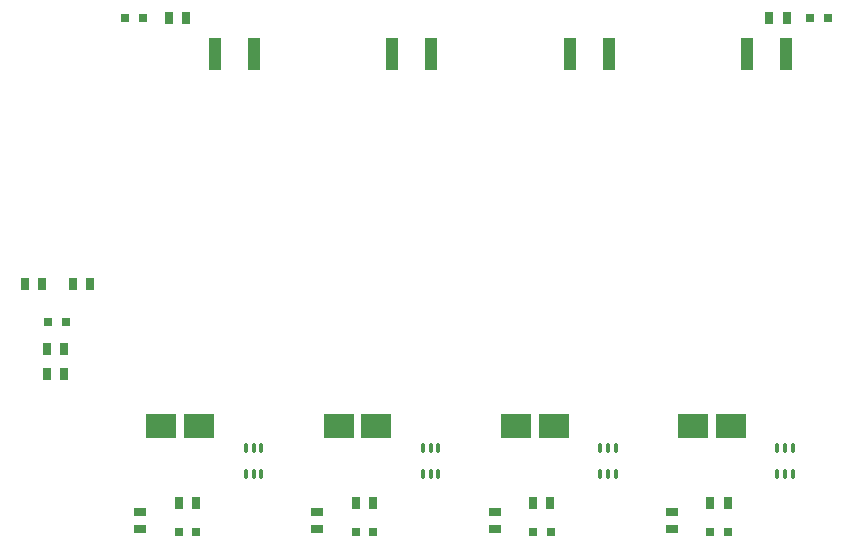
<source format=gtp>
G04*
G04 #@! TF.GenerationSoftware,Altium Limited,Altium Designer,18.1.9 (240)*
G04*
G04 Layer_Color=8421504*
%FSLAX25Y25*%
%MOIN*%
G70*
G01*
G75*
%ADD16O,0.01575X0.03150*%
%ADD17R,0.02953X0.03937*%
%ADD18R,0.04331X0.11024*%
%ADD19R,0.03937X0.02953*%
%ADD20R,0.03150X0.03150*%
%ADD21R,0.09843X0.08268*%
D16*
X200591Y54724D02*
D03*
X203150D02*
D03*
X205709D02*
D03*
X200591Y63386D02*
D03*
X203150D02*
D03*
X205709D02*
D03*
X264764D02*
D03*
X262205D02*
D03*
X259646D02*
D03*
X264764Y54724D02*
D03*
X262205D02*
D03*
X259646D02*
D03*
X146653Y63386D02*
D03*
X144095D02*
D03*
X141535D02*
D03*
X146653Y54724D02*
D03*
X144095D02*
D03*
X141535D02*
D03*
X87598Y63386D02*
D03*
X85039D02*
D03*
X82480D02*
D03*
X87598Y54724D02*
D03*
X85039D02*
D03*
X82480D02*
D03*
D17*
X30413Y118110D02*
D03*
X24705D02*
D03*
X14469D02*
D03*
X8760D02*
D03*
X243012Y45276D02*
D03*
X237303D02*
D03*
X183957D02*
D03*
X178248D02*
D03*
X124901D02*
D03*
X119193D02*
D03*
X65846D02*
D03*
X60138D02*
D03*
X16284Y88082D02*
D03*
X21993D02*
D03*
X16284Y96645D02*
D03*
X21993D02*
D03*
X256988Y206693D02*
D03*
X262697D02*
D03*
X62500D02*
D03*
X56791D02*
D03*
D18*
X249410Y194882D02*
D03*
X262402D02*
D03*
X190354D02*
D03*
X203346D02*
D03*
X131299D02*
D03*
X144291D02*
D03*
X72244D02*
D03*
X85236D02*
D03*
D19*
X224409Y42224D02*
D03*
Y36516D02*
D03*
X165354D02*
D03*
Y42224D02*
D03*
X106299Y36516D02*
D03*
Y42224D02*
D03*
X47244D02*
D03*
Y36516D02*
D03*
D20*
X16587Y105503D02*
D03*
X22493D02*
D03*
X270669Y206693D02*
D03*
X276575D02*
D03*
X48228D02*
D03*
X42323D02*
D03*
X237205Y35433D02*
D03*
X243110D02*
D03*
X178150D02*
D03*
X184055D02*
D03*
X119095D02*
D03*
X125000D02*
D03*
X60039D02*
D03*
X65945D02*
D03*
D21*
X244094Y70866D02*
D03*
X231496D02*
D03*
X185039D02*
D03*
X172441D02*
D03*
X125984D02*
D03*
X113386D02*
D03*
X66929D02*
D03*
X54331D02*
D03*
M02*

</source>
